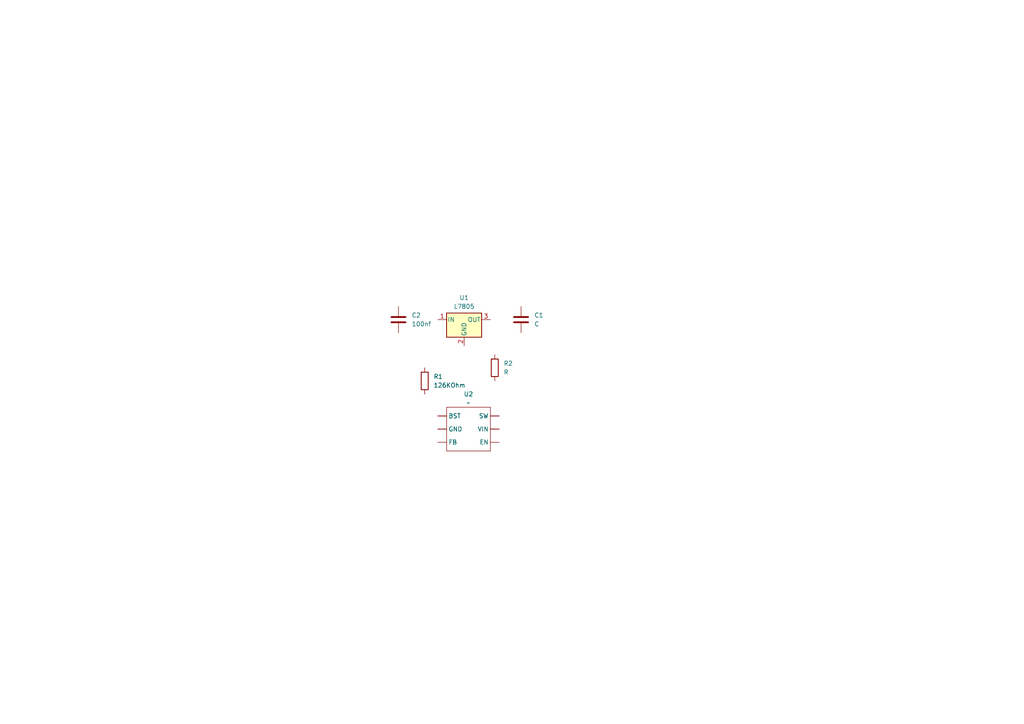
<source format=kicad_sch>
(kicad_sch (version 20250114) (generator "eeschema") (generator_version "9.0")
  (paper "A4")
  (lib_symbols
    (symbol "Device:C" (pin_numbers (hide yes)) (pin_names (offset 0.254))
      (property "Reference" "C" (at 0.635 2.54 0))
      (property "Value" "C" (at 0.635 -2.54 0))
      (symbol "C_0_1"
        (polyline (pts (xy -2.032 0.762) (xy 2.032 0.762)) (stroke (width 0.508)))
        (polyline (pts (xy -2.032 -0.762) (xy 2.032 -0.762)) (stroke (width 0.508)))
      )
      (symbol "C_1_1"
        (pin passive line (at 0 3.81 270) (length 2.794) (name "~") (number "1"))
        (pin passive line (at 0 -3.81 90) (length 2.794) (name "~") (number "2"))
      )
    )
    (symbol "Device:R" (pin_numbers (hide yes)) (pin_names (offset 0))
      (property "Reference" "R" (at 2.032 0 90))
      (property "Value" "R" (at 0 0 90))
      (symbol "R_0_1"
        (rectangle (start -1.016 -2.54) (end 1.016 2.54) (stroke (width 0.254)))
      )
      (symbol "R_1_1"
        (pin passive line (at 0 3.81 270) (length 1.27) (name "~") (number "1"))
        (pin passive line (at 0 -3.81 90) (length 1.27) (name "~") (number "2"))
      )
    )
    (symbol "Regulator_Linear:L7805" (pin_names (offset 0.254))
      (property "Reference" "U" (at -3.81 3.175 0))
      (property "Value" "L7805" (at 0 3.175 0))
      (symbol "L7805_0_1"
        (rectangle (start -5.08 1.905) (end 5.08 -5.08) (stroke (width 0.254)) (fill (type background)))
      )
      (symbol "L7805_1_1"
        (pin power_in line (at -7.62 0 0) (length 2.54) (name "IN") (number "1"))
        (pin power_in line (at 0 -7.62 90) (length 2.54) (name "GND") (number "2"))
        (pin power_out line (at 7.62 0 180) (length 2.54) (name "OUT") (number "3"))
      )
    )
    (symbol "TP6841S6:TP6841S6"
      (property "Reference" "U" (at 0 0 0))
      (symbol "TP6841S6_0_1"
        (rectangle (start -6.35 5.08) (end 6.35 -7.62))
      )
      (symbol "TP6841S6_1_1"
        (pin passive line (at -8.89 2.54 0) (length 2.54) (name "BST") (number ""))
        (pin power_in line (at -8.89 -1.27 0) (length 2.54) (name "GND") (number ""))
        (pin input line (at -8.89 -5.08 0) (length 2.54) (name "FB") (number ""))
        (pin passive line (at 8.89 2.54 180) (length 2.54) (name "SW") (number ""))
        (pin power_in line (at 8.89 -1.27 180) (length 2.54) (name "VIN") (number ""))
        (pin input line (at 8.89 -5.08 180) (length 2.54) (name "EN") (number ""))
      )
    )
  )
  (symbol (lib_id "Regulator_Linear:L7805") (at 134.62 92.71 0) (unit 1)
    (property "Reference" "U1" (at 134.62 86.36 0))
    (property "Value" "L7805" (at 134.62 88.9 0))
    (property "Datasheet" "http://www.st.com/content/ccc/resource/technical/document/datasheet/41/4f/b3/b0/12/d4/47/88/CD00000444.pdf/files/CD00000444.pdf/jcr:content/translations/en.CD00000444.pdf" (effects (hide yes)))
    (property "Description" "Positive 1.5A 35V Linear Regulator, Fixed Output 5V, TO-220/TO-263/TO-252" (effects (hide yes)))
  )
  (symbol (lib_id "Device:C") (at 151.13 92.71 0) (unit 1)
    (property "Reference" "C1" (at 154.94 91.4399 0) (effects (justify left)))
    (property "Value" "C" (at 154.94 93.9799 0) (effects (justify left)))
    (property "Description" "Unpolarized capacitor" (effects (hide yes)))
  )
  (symbol (lib_id "TP6841S6:TP6841S6") (at 135.89 123.19 0) (unit 1)
    (property "Reference" "U2" (at 135.89 114.3 0))
    (property "Value" "~" (at 135.89 116.84 0))
  )
  (symbol (lib_id "Device:R") (at 123.19 110.49 0) (unit 1)
    (property "Reference" "R1" (at 125.73 109.2199 0) (effects (justify left)))
    (property "Value" "126KOhm" (at 125.73 111.7599 0) (effects (justify left)))
    (property "Description" "Resistor" (effects (hide yes)))
  )
  (symbol (lib_id "Device:R") (at 143.51 106.68 0) (unit 1)
    (property "Reference" "R2" (at 146.05 105.4099 0) (effects (justify left)))
    (property "Value" "R" (at 146.05 107.9499 0) (effects (justify left)))
    (property "Description" "Resistor" (effects (hide yes)))
  )
  (symbol (lib_id "Device:C") (at 115.57 92.71 0) (unit 1)
    (property "Reference" "C2" (at 119.38 91.4399 0) (effects (justify left)))
    (property "Value" "100nf" (at 119.38 93.9799 0) (effects (justify left)))
    (property "Description" "Unpolarized capacitor" (effects (hide yes)))
  )
)
</source>
